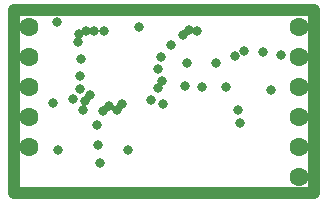
<source format=gbr>
G04 Layer_Physical_Order=2*
G04 Layer_Color=32768*
%FSLAX44Y44*%
%MOMM*%
G71*
G01*
G75*
%ADD27C,1.0160*%
%ADD28C,1.6000*%
%ADD29C,0.8000*%
D27*
X-12700Y-13700D02*
Y141050D01*
X241300D01*
Y-13700D02*
Y141050D01*
X-12700Y-13700D02*
X241300D01*
D28*
X0Y127000D02*
D03*
Y101600D02*
D03*
Y76200D02*
D03*
Y50800D02*
D03*
Y25400D02*
D03*
X228600Y0D02*
D03*
Y25400D02*
D03*
Y50800D02*
D03*
Y76200D02*
D03*
Y101600D02*
D03*
Y127000D02*
D03*
D29*
X55450Y123500D02*
D03*
X68003Y60003D02*
D03*
X62753Y55503D02*
D03*
X74254Y56753D02*
D03*
X63983Y123750D02*
D03*
X113515Y61500D02*
D03*
X103445Y65538D02*
D03*
X109700Y75500D02*
D03*
X78754Y61503D02*
D03*
X84000Y22500D02*
D03*
X135500Y124000D02*
D03*
X130148Y120160D02*
D03*
X205260Y73254D02*
D03*
X158500Y96250D02*
D03*
X24250Y131500D02*
D03*
X42502Y120756D02*
D03*
X48752Y123756D02*
D03*
X44502Y100255D02*
D03*
X41700Y114250D02*
D03*
X93000Y127000D02*
D03*
X47252Y64003D02*
D03*
X37252Y66003D02*
D03*
X51753Y69004D02*
D03*
X46252Y57003D02*
D03*
X142250Y123500D02*
D03*
X146257Y76254D02*
D03*
X182000Y107000D02*
D03*
X166750Y76500D02*
D03*
X25000Y22750D02*
D03*
X112255Y101505D02*
D03*
X112892Y81500D02*
D03*
X179000Y45250D02*
D03*
X109750Y91000D02*
D03*
X174573Y102176D02*
D03*
X133950Y96182D02*
D03*
X177500Y56750D02*
D03*
X60000Y11500D02*
D03*
X20501Y62503D02*
D03*
X43200Y85500D02*
D03*
X132507Y76754D02*
D03*
X198250Y105587D02*
D03*
X213575Y103175D02*
D03*
X59000Y26750D02*
D03*
X57753Y43752D02*
D03*
X43250Y74750D02*
D03*
X120750Y111750D02*
D03*
M02*

</source>
